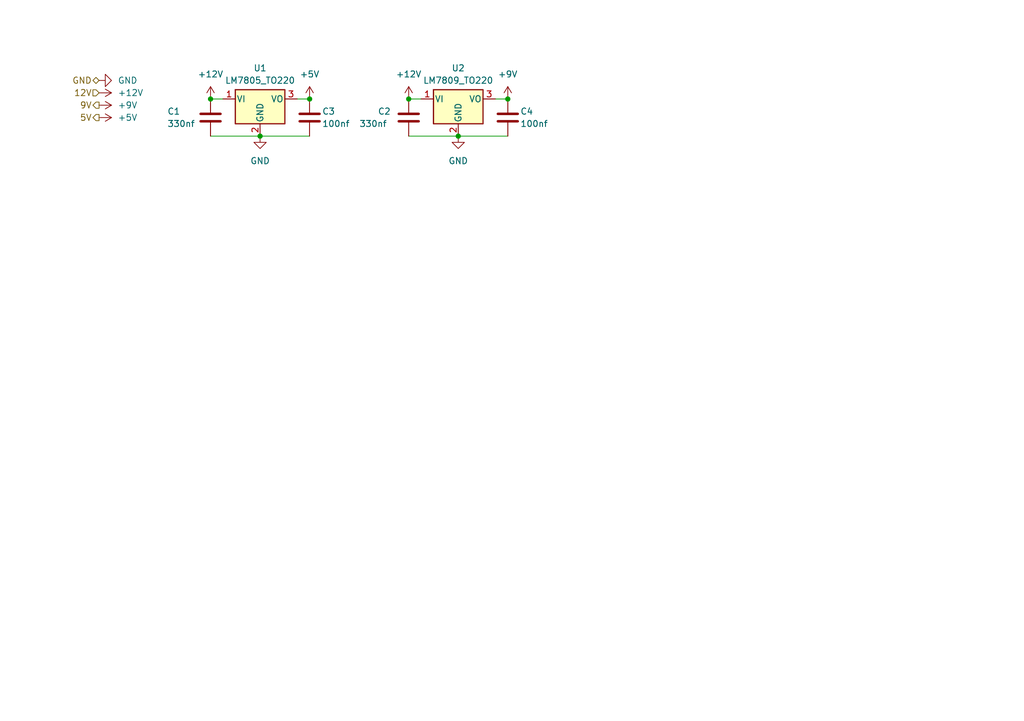
<source format=kicad_sch>
(kicad_sch (version 20231120) (generator "eeschema") (generator_version "8.0")
  (paper "A5")
  (lib_symbols
    (symbol "Device:C" (pin_numbers hide) (pin_names (offset 0.254))
      (property "Reference" "C" (at 0.635 2.54 0))
      (property "Value" "C" (at 0.635 -2.54 0))
      (symbol "C_0_1"
        (polyline (pts (xy -2.032 -0.762) (xy 2.032 -0.762)) (stroke (width 0.508)))
        (polyline (pts (xy -2.032 0.762) (xy 2.032 0.762)) (stroke (width 0.508)))
      )
      (symbol "C_1_1"
        (pin passive line (at 0 3.81 270) (length 2.794) (name "~") (number "1"))
        (pin passive line (at 0 -3.81 90) (length 2.794) (name "~") (number "2"))
      )
    )
    (symbol "Regulator_Linear:LM7805_TO220" (pin_names (offset 0.254))
      (property "Reference" "U" (at -3.81 3.175 0))
      (property "Value" "LM7805_TO220" (at 0 3.175 0))
      (symbol "LM7805_TO220_0_1"
        (rectangle (start -5.08 1.905) (end 5.08 -5.08) (stroke (width 0.254)) (fill (type background)))
      )
      (symbol "LM7805_TO220_1_1"
        (pin power_in line (at -7.62 0 0) (length 2.54) (name "VI") (number "1"))
        (pin power_in line (at 0 -7.62 90) (length 2.54) (name "GND") (number "2"))
        (pin power_out line (at 7.62 0 180) (length 2.54) (name "VO") (number "3"))
      )
    )
    (symbol "Regulator_Linear:LM7809_TO220" (pin_names (offset 0.254))
      (property "Reference" "U" (at -3.81 3.175 0))
      (property "Value" "LM7809_TO220" (at 0 3.175 0))
      (symbol "LM7809_TO220_0_1"
        (rectangle (start -5.08 1.905) (end 5.08 -5.08) (stroke (width 0.254)) (fill (type background)))
      )
      (symbol "LM7809_TO220_1_1"
        (pin power_in line (at -7.62 0 0) (length 2.54) (name "VI") (number "1"))
        (pin power_in line (at 0 -7.62 90) (length 2.54) (name "GND") (number "2"))
        (pin power_out line (at 7.62 0 180) (length 2.54) (name "VO") (number "3"))
      )
    )
    (symbol "power:+12V" (power) (pin_numbers hide) (pin_names (offset 0) hide)
      (property "Value" "+12V" (at 0 3.556 0))
      (symbol "+12V_0_1"
        (polyline (pts (xy -0.762 1.27) (xy 0 2.54)))
        (polyline (pts (xy 0 0) (xy 0 2.54)))
        (polyline (pts (xy 0 2.54) (xy 0.762 1.27)))
      )
      (symbol "+12V_1_1"
        (pin power_in line (at 0 0 90) (length 0) (name "~") (number "1"))
      )
    )
    (symbol "power:+5V" (power) (pin_numbers hide) (pin_names (offset 0) hide)
      (property "Value" "+5V" (at 0 3.556 0))
      (symbol "+5V_0_1"
        (polyline (pts (xy -0.762 1.27) (xy 0 2.54)))
        (polyline (pts (xy 0 0) (xy 0 2.54)))
        (polyline (pts (xy 0 2.54) (xy 0.762 1.27)))
      )
      (symbol "+5V_1_1"
        (pin power_in line (at 0 0 90) (length 0) (name "~") (number "1"))
      )
    )
    (symbol "power:+9V" (power) (pin_numbers hide) (pin_names (offset 0) hide)
      (property "Value" "+9V" (at 0 3.556 0))
      (symbol "+9V_0_1"
        (polyline (pts (xy -0.762 1.27) (xy 0 2.54)))
        (polyline (pts (xy 0 0) (xy 0 2.54)))
        (polyline (pts (xy 0 2.54) (xy 0.762 1.27)))
      )
      (symbol "+9V_1_1"
        (pin power_in line (at 0 0 90) (length 0) (name "~") (number "1"))
      )
    )
    (symbol "power:GND" (power) (pin_numbers hide) (pin_names (offset 0) hide)
      (property "Value" "GND" (at 0 -3.81 0))
      (symbol "GND_0_1"
        (polyline (pts (xy 0 0) (xy 0 -1.27) (xy 1.27 -1.27) (xy 0 -2.54) (xy -1.27 -1.27) (xy 0 -1.27)))
      )
      (symbol "GND_1_1"
        (pin power_in line (at 0 0 270) (length 0) (name "~") (number "1"))
      )
    )
  )
  (junction (at 93.98 27.94))
  (junction (at 63.5 20.32))
  (junction (at 53.34 27.94))
  (junction (at 104.14 20.32))
  (junction (at 43.18 20.32))
  (junction (at 83.82 20.32))
  (wire (pts (xy 93.98 27.94) (xy 104.14 27.94)))
  (wire (pts (xy 60.96 20.32) (xy 63.5 20.32)))
  (wire (pts (xy 83.82 20.32) (xy 86.36 20.32)))
  (wire (pts (xy 101.6 20.32) (xy 104.14 20.32)))
  (wire (pts (xy 53.34 27.94) (xy 63.5 27.94)))
  (wire (pts (xy 43.18 20.32) (xy 45.72 20.32)))
  (wire (pts (xy 83.82 27.94) (xy 93.98 27.94)))
  (wire (pts (xy 43.18 27.94) (xy 53.34 27.94)))
  (hierarchical_label "9V" (shape output) (at 20.32 21.59 180))
  (hierarchical_label "12V" (shape input) (at 20.32 19.05 180))
  (hierarchical_label "GND" (shape bidirectional) (at 20.32 16.51 180))
  (hierarchical_label "5V" (shape output) (at 20.32 24.13 180))
  (symbol (lib_id "Device:C") (at 43.18 24.13 0) (unit 1)
    (property "Reference" "C1" (at 34.29 22.86 0) (effects (justify left)))
    (property "Value" "330nf" (at 34.29 25.4 0) (effects (justify left)))
    (property "Footprint" "Capacitor_SMD:C_0805_2012Metric_Pad1.18x1.45mm_HandSolder" (effects (hide yes)))
    (property "Datasheet" "https://mm.digikey.com/Volume0/opasdata/d220001/medias/docus/4262/0805B334K250CC.pdf" (effects (hide yes)))
  )
  (symbol (lib_id "power:GND") (at 20.32 16.51 90) (unit 1)
    (property "Reference" "#PWR07" (effects (hide yes)))
    (property "Value" "GND" (at 24.13 16.5099 90) (effects (justify right)))
    (property "Description" "Power symbol creates a global label with name \"GND\" , ground" (effects (hide yes)))
  )
  (symbol (lib_id "Device:C") (at 104.14 24.13 0) (unit 1)
    (property "Reference" "C4" (at 106.68 22.86 0) (effects (justify left)))
    (property "Value" "100nf" (at 106.68 25.4 0) (effects (justify left)))
    (property "Footprint" "Capacitor_SMD:C_0805_2012Metric_Pad1.18x1.45mm_HandSolder" (effects (hide yes)))
  )
  (symbol (lib_id "Regulator_Linear:LM7809_TO220") (at 93.98 20.32 0) (unit 1)
    (property "Reference" "U2" (at 93.98 13.97 0))
    (property "Value" "LM7809_TO220" (at 93.98 16.51 0))
    (property "Footprint" "Package_TO_SOT_THT:TO-220-3_Vertical" (effects (hide yes)))
    (property "Datasheet" "https://www.onsemi.cn/PowerSolutions/document/MC7800-D.PDF" (effects (hide yes)))
  )
  (symbol (lib_id "power:+5V") (at 63.5 20.32 0) (unit 1)
    (property "Reference" "#PWR012" (effects (hide yes)))
    (property "Value" "+5V" (at 63.5 15.24 0))
  )
  (symbol (lib_id "Device:C") (at 83.82 24.13 0) (unit 1)
    (property "Reference" "C2" (at 77.47 22.86 0) (effects (justify left)))
    (property "Value" "330nf" (at 73.66 25.4 0) (effects (justify left)))
    (property "Footprint" "Capacitor_SMD:C_0805_2012Metric_Pad1.18x1.45mm_HandSolder" (effects (hide yes)))
  )
  (symbol (lib_id "power:+12V") (at 43.18 20.32 0) (unit 1)
    (property "Reference" "#PWR08" (effects (hide yes)))
    (property "Value" "+12V" (at 43.18 15.24 0))
  )
  (symbol (lib_id "power:GND") (at 93.98 27.94 0) (unit 1)
    (property "Reference" "#PWR011" (effects (hide yes)))
    (property "Value" "GND" (at 93.98 33.02 0))
  )
  (symbol (lib_id "power:+5V") (at 20.32 24.13 270) (unit 1)
    (property "Reference" "#PWR03" (effects (hide yes)))
    (property "Value" "+5V" (at 24.13 24.1299 90) (effects (justify left)))
    (property "Description" "Power symbol creates a global label with name \"+5V\"" (effects (hide yes)))
  )
  (symbol (lib_id "power:GND") (at 53.34 27.94 0) (unit 1)
    (property "Reference" "#PWR010" (effects (hide yes)))
    (property "Value" "GND" (at 53.34 33.02 0))
  )
  (symbol (lib_id "Regulator_Linear:LM7805_TO220") (at 53.34 20.32 0) (unit 1)
    (property "Reference" "U1" (at 53.34 13.97 0))
    (property "Value" "LM7805_TO220" (at 53.34 16.51 0))
    (property "Footprint" "Package_TO_SOT_THT:TO-220-3_Vertical" (effects (hide yes)))
    (property "Datasheet" "https://www.onsemi.cn/PowerSolutions/document/MC7800-D.PDF" (effects (hide yes)))
  )
  (symbol (lib_id "power:+12V") (at 83.82 20.32 0) (unit 1)
    (property "Reference" "#PWR09" (effects (hide yes)))
    (property "Value" "+12V" (at 83.82 15.24 0))
  )
  (symbol (lib_id "power:+9V") (at 20.32 21.59 270) (unit 1)
    (property "Reference" "#PWR04" (effects (hide yes)))
    (property "Value" "+9V" (at 24.13 21.5899 90) (effects (justify left)))
    (property "Description" "Power symbol creates a global label with name \"+9V\"" (effects (hide yes)))
  )
  (symbol (lib_id "power:+9V") (at 104.14 20.32 0) (unit 1)
    (property "Reference" "#PWR013" (effects (hide yes)))
    (property "Value" "+9V" (at 104.14 15.24 0))
  )
  (symbol (lib_id "power:+12V") (at 20.32 19.05 270) (unit 1)
    (property "Reference" "#PWR06" (effects (hide yes)))
    (property "Value" "+12V" (at 24.13 19.0499 90) (effects (justify left)))
    (property "Description" "Power symbol creates a global label with name \"+12V\"" (effects (hide yes)))
  )
  (symbol (lib_id "Device:C") (at 63.5 24.13 0) (unit 1)
    (property "Reference" "C3" (at 66.04 22.86 0) (effects (justify left)))
    (property "Value" "100nf" (at 66.04 25.4 0) (effects (justify left)))
    (property "Footprint" "Capacitor_SMD:C_0805_2012Metric_Pad1.18x1.45mm_HandSolder" (effects (hide yes)))
    (property "Datasheet" "https://mm.digikey.com/Volume0/opasdata/d220001/medias/docus/4005/0805B104K101CC.pdf" (effects (hide yes)))
  )
)
</source>
